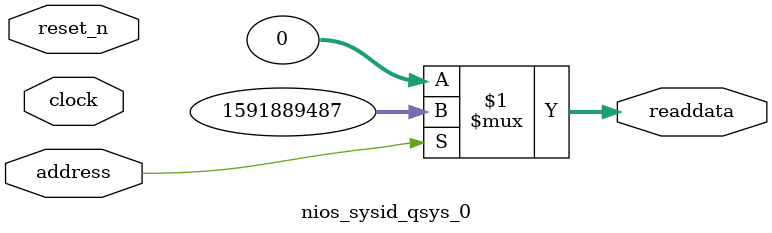
<source format=v>



// synthesis translate_off
`timescale 1ns / 1ps
// synthesis translate_on

// turn off superfluous verilog processor warnings 
// altera message_level Level1 
// altera message_off 10034 10035 10036 10037 10230 10240 10030 

module nios_sysid_qsys_0 (
               // inputs:
                address,
                clock,
                reset_n,

               // outputs:
                readdata
             )
;

  output  [ 31: 0] readdata;
  input            address;
  input            clock;
  input            reset_n;

  wire    [ 31: 0] readdata;
  //control_slave, which is an e_avalon_slave
  assign readdata = address ? 1591889487 : 0;

endmodule



</source>
